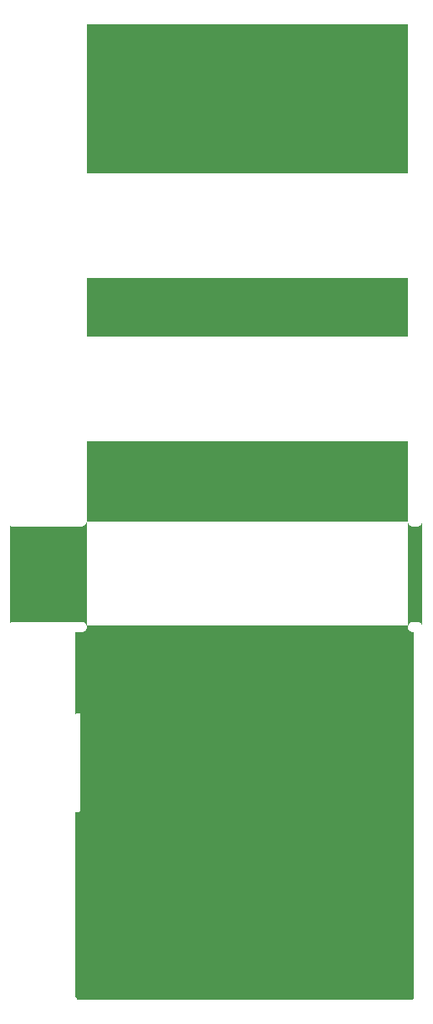
<source format=gbr>
G04 CAM350/DFMSTREAM V11.0 (Build 715) Date:  Fri Nov 02 14:57:22 2018 *
G04 Database: W:\PC Boards\VALTRONIC TECHNOLOGIES\VTC22567\CHECKPLOTS\MODIFIED.cam *
G04 Layer 18: COV_BOT *
%FSLAX25Y25*%
%MOIN*%
%SFA1.000B1.000*%

%MIA0B0*%
%IPPOS*%
%ADD158C,0.00098*%
%ADD159C,0.00001*%
%ADD160C,0.00010*%
%ADD161R,1.27953X0.59645*%
%ADD162R,1.27953X0.23646*%
%ADD163R,1.27953X0.32283*%
%LNCOV_BOT*%
%LPD*%
G36*
X343729Y298762D02*
G01Y339998D01*
X343926Y339412*
X344221Y338920*
X344713Y338624*
X345299Y338428*
X347862*
X347863*
X348944Y338920*
X348945*
X349536Y340101*
Y298959*
X348945Y299845*
X348060Y300435*
X348059*
X345402*
X344811Y300239*
X344319Y299943*
X343926Y299451*
X343729Y298762*
G37*
G36*
X185166Y299943D02*
G01X185187Y338920D01*
X185363Y338624*
X185657Y338428*
X185658*
X213808Y338403*
X214497Y338526*
X215087Y338920*
X215481Y339609*
X215678Y340273*
X215697Y299426*
Y298738*
X215481Y299353*
X215087Y299943*
X214595Y300239*
X214004Y300435*
X185756*
X185755*
X185461Y300239*
X185166Y299943*
G37*
G36*
X211209Y264136D02*
G01Y296480D01*
X214162*
X214851Y296775*
X215342Y297169*
X215343*
X215638Y297956*
X215756Y298818*
X343709*
Y298173*
X343690Y298153*
X343689*
Y298152*
X343886Y297563*
X344280Y296972*
X344772Y296677*
X345363Y296480*
X346150*
Y151303*
X346052Y150811*
X345756Y150417*
X345363Y150122*
X344870Y150023*
X212489*
X211997Y150122*
X211603Y150417*
X211308Y150909*
X211209Y151303*
Y224766*
X212390*
X212685Y224826*
X212981Y225023*
X213079Y225220*
X213178Y225554*
Y263349*
X213079Y263704*
X212981Y263901*
X212686Y264098*
X212685*
X212390Y264136*
X211209*
G37*
G54D158*
X346150Y296400D03*
G54D161*
X279674Y508482D03*
G54D162*
Y425522D03*
G54D163*
Y356219D03*
G54D159*
X211150Y264056D02*
G01Y296400D01*
Y264056D02*
G01Y296400D01*
X213697D02*
G01X211150D01*
G54D160*
X213697D02*
G01X211150D01*
M02*

</source>
